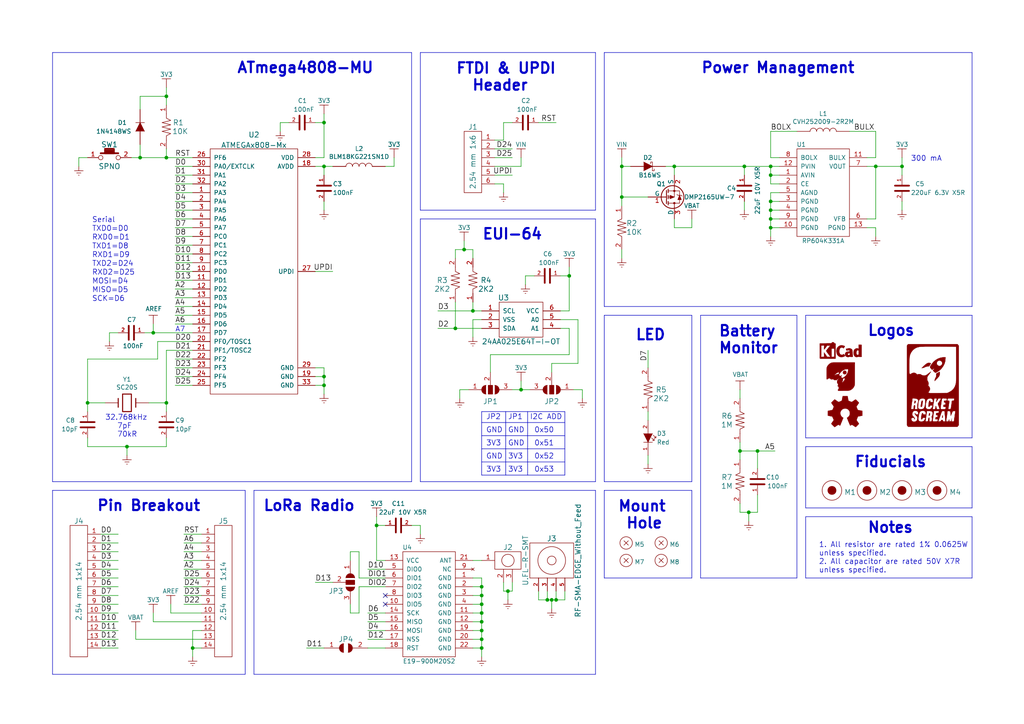
<source format=kicad_sch>
(kicad_sch (version 20230121) (generator eeschema)
  (paper "A4")
  (title_block (title "Mini Ultra LoRa") (date "2022-07-17") (rev "1v00") (company "Rocket Scream Electronics"))
  (junction (at 161.29 173.99))
  (junction (at 139.7 180.34))
  (junction (at 132.08 95.25))
  (junction (at 48.26 116.84))
  (junction (at 195.58 48.26))
  (junction (at 147.32 171.45))
  (junction (at 261.62 48.26))
  (junction (at 139.7 185.42))
  (junction (at 223.52 60.96))
  (junction (at 93.98 109.22))
  (junction (at 139.7 175.26))
  (junction (at 223.52 58.42))
  (junction (at 139.7 187.96))
  (junction (at 215.9 48.26))
  (junction (at 109.22 152.4))
  (junction (at 223.52 50.8))
  (junction (at 48.26 45.72))
  (junction (at 165.1 80.01))
  (junction (at 93.98 111.76))
  (junction (at 139.7 172.72))
  (junction (at 44.45 96.52))
  (junction (at 93.98 48.26))
  (junction (at 137.16 90.17))
  (junction (at 180.34 57.15))
  (junction (at 36.83 129.54))
  (junction (at 139.7 170.18))
  (junction (at 48.26 27.94))
  (junction (at 214.63 130.81))
  (junction (at 158.75 173.99))
  (junction (at 219.71 130.81))
  (junction (at 160.02 173.99))
  (junction (at 223.52 66.04))
  (junction (at 151.13 113.03))
  (junction (at 223.52 63.5))
  (junction (at 223.52 48.26))
  (junction (at 134.62 72.39))
  (junction (at 139.7 177.8))
  (junction (at 25.4 116.84))
  (junction (at 93.98 35.56))
  (junction (at 180.34 48.26))
  (junction (at 217.17 148.59))
  (junction (at 139.7 182.88))
  (junction (at 254 48.26))
  (junction (at 55.88 187.96))
  (junction (at 40.64 45.72))
  (no_connect (at 111.76 175.26))
  (no_connect (at 111.76 172.72))
  (polyline (pts (xy 203.2 91.44) (xy 231.14 91.44)))
  (wire (pts (xy 49.53 177.8) (xy 49.53 175.26)))
  (wire (pts (xy 146.05 53.34) (xy 146.05 55.88)))
  (wire (pts (xy 36.83 129.54) (xy 48.26 129.54)))
  (polyline (pts (xy 119.38 15.24) (xy 15.24 15.24)))
  (polyline (pts (xy 281.94 147.32) (xy 281.94 129.54)))
  (wire (pts (xy 58.42 187.96) (xy 55.88 187.96)))
  (wire (pts (xy 34.29 180.34) (xy 29.21 180.34)))
  (wire (pts (xy 251.46 63.5) (xy 254 63.5)))
  (wire (pts (xy 109.22 152.4) (xy 109.22 162.56)))
  (wire (pts (xy 50.8 86.36) (xy 55.88 86.36)))
  (polyline (pts (xy 200.66 139.7) (xy 200.66 91.44)))
  (wire (pts (xy 48.26 27.94) (xy 48.26 30.48)))
  (wire (pts (xy 139.7 182.88) (xy 139.7 185.42)))
  (wire (pts (xy 48.26 25.4) (xy 48.26 27.94)))
  (wire (pts (xy 29.21 162.56) (xy 34.29 162.56)))
  (wire (pts (xy 91.44 111.76) (xy 93.98 111.76)))
  (polyline (pts (xy 73.66 142.24) (xy 73.66 195.58)))
  (wire (pts (xy 55.88 48.26) (xy 50.8 48.26)))
  (wire (pts (xy 195.58 48.26) (xy 215.9 48.26)))
  (wire (pts (xy 88.9 187.96) (xy 93.98 187.96)))
  (wire (pts (xy 48.26 101.6) (xy 55.88 101.6)))
  (polyline (pts (xy 281.94 15.24) (xy 281.94 88.9)))
  (polyline (pts (xy 231.14 167.64) (xy 203.2 167.64)))
  (wire (pts (xy 111.76 170.18) (xy 104.14 170.18)))
  (wire (pts (xy 55.88 111.76) (xy 50.8 111.76)))
  (wire (pts (xy 137.16 182.88) (xy 139.7 182.88)))
  (wire (pts (xy 93.98 48.26) (xy 93.98 50.8)))
  (wire (pts (xy 111.76 152.4) (xy 109.22 152.4)))
  (wire (pts (xy 93.98 58.42) (xy 93.98 60.96)))
  (wire (pts (xy 127 90.17) (xy 137.16 90.17)))
  (wire (pts (xy 55.88 106.68) (xy 50.8 106.68)))
  (wire (pts (xy 160.02 107.95) (xy 160.02 105.41)))
  (wire (pts (xy 139.7 172.72) (xy 139.7 175.26)))
  (wire (pts (xy 139.7 170.18) (xy 139.7 172.72)))
  (wire (pts (xy 44.45 93.98) (xy 44.45 96.52)))
  (wire (pts (xy 106.68 165.1) (xy 111.76 165.1)))
  (wire (pts (xy 165.1 80.01) (xy 165.1 90.17)))
  (wire (pts (xy 133.35 113.03) (xy 133.35 115.57)))
  (wire (pts (xy 44.45 180.34) (xy 44.45 177.8)))
  (wire (pts (xy 45.72 99.06) (xy 45.72 104.14)))
  (wire (pts (xy 109.22 162.56) (xy 111.76 162.56)))
  (polyline (pts (xy 15.24 139.7) (xy 119.38 139.7)))
  (wire (pts (xy 104.14 177.8) (xy 101.6 177.8)))
  (wire (pts (xy 261.62 48.26) (xy 261.62 50.8)))
  (wire (pts (xy 93.98 109.22) (xy 93.98 111.76)))
  (wire (pts (xy 55.88 73.66) (xy 50.8 73.66)))
  (wire (pts (xy 55.88 91.44) (xy 50.8 91.44)))
  (wire (pts (xy 39.37 182.88) (xy 39.37 185.42)))
  (polyline (pts (xy 15.24 15.24) (xy 15.24 139.7)))
  (wire (pts (xy 217.17 148.59) (xy 219.71 148.59)))
  (polyline (pts (xy 281.94 88.9) (xy 175.26 88.9)))
  (wire (pts (xy 158.75 171.45) (xy 158.75 173.99)))
  (wire (pts (xy 226.06 50.8) (xy 223.52 50.8)))
  (wire (pts (xy 223.52 38.1) (xy 223.52 45.72)))
  (wire (pts (xy 254 66.04) (xy 254 68.58)))
  (wire (pts (xy 214.63 130.81) (xy 219.71 130.81)))
  (wire (pts (xy 48.26 101.6) (xy 48.26 116.84)))
  (wire (pts (xy 146.05 35.56) (xy 146.05 40.64)))
  (wire (pts (xy 137.16 170.18) (xy 139.7 170.18)))
  (wire (pts (xy 162.56 80.01) (xy 165.1 80.01)))
  (polyline (pts (xy 146.685 119.38) (xy 146.685 137.795)))
  (wire (pts (xy 114.3 48.26) (xy 111.76 48.26)))
  (wire (pts (xy 114.3 45.72) (xy 114.3 48.26)))
  (wire (pts (xy 137.16 177.8) (xy 139.7 177.8)))
  (wire (pts (xy 139.7 95.25) (xy 132.08 95.25)))
  (wire (pts (xy 44.45 96.52) (xy 55.88 96.52)))
  (polyline (pts (xy 172.72 15.24) (xy 172.72 60.96)))
  (wire (pts (xy 231.14 38.1) (xy 223.52 38.1)))
  (wire (pts (xy 139.7 177.8) (xy 139.7 180.34)))
  (wire (pts (xy 143.51 53.34) (xy 146.05 53.34)))
  (wire (pts (xy 58.42 160.02) (xy 53.34 160.02)))
  (wire (pts (xy 91.44 78.74) (xy 96.52 78.74)))
  (wire (pts (xy 214.63 146.05) (xy 214.63 148.59)))
  (wire (pts (xy 34.29 172.72) (xy 29.21 172.72)))
  (polyline (pts (xy 139.7 133.985) (xy 163.83 133.985)))
  (wire (pts (xy 223.52 66.04) (xy 223.52 68.58)))
  (wire (pts (xy 215.9 48.26) (xy 223.52 48.26)))
  (wire (pts (xy 106.68 182.88) (xy 111.76 182.88)))
  (wire (pts (xy 161.29 171.45) (xy 161.29 173.99)))
  (wire (pts (xy 254 38.1) (xy 254 45.72)))
  (wire (pts (xy 147.32 171.45) (xy 148.59 171.45)))
  (wire (pts (xy 214.63 128.27) (xy 214.63 130.81)))
  (wire (pts (xy 25.4 45.72) (xy 22.86 45.72)))
  (polyline (pts (xy 203.2 167.64) (xy 203.2 91.44)))
  (wire (pts (xy 104.14 167.64) (xy 104.14 160.02)))
  (wire (pts (xy 139.7 167.64) (xy 139.7 170.18)))
  (wire (pts (xy 154.94 80.01) (xy 152.4 80.01)))
  (polyline (pts (xy 175.26 142.24) (xy 200.66 142.24)))
  (wire (pts (xy 91.44 168.91) (xy 96.52 168.91)))
  (polyline (pts (xy 233.68 127) (xy 233.68 91.44)))
  (wire (pts (xy 34.29 157.48) (xy 29.21 157.48)))
  (wire (pts (xy 261.62 58.42) (xy 261.62 60.96)))
  (wire (pts (xy 45.72 99.06) (xy 55.88 99.06)))
  (wire (pts (xy 58.42 162.56) (xy 53.34 162.56)))
  (wire (pts (xy 55.88 53.34) (xy 50.8 53.34)))
  (wire (pts (xy 217.17 148.59) (xy 217.17 151.13)))
  (wire (pts (xy 48.26 129.54) (xy 48.26 127)))
  (polyline (pts (xy 163.83 137.795) (xy 163.83 119.38)))
  (wire (pts (xy 48.26 45.72) (xy 55.88 45.72)))
  (wire (pts (xy 25.4 104.14) (xy 25.4 116.84)))
  (polyline (pts (xy 281.94 91.44) (xy 281.94 127)))
  (wire (pts (xy 104.14 170.18) (xy 104.14 177.8)))
  (wire (pts (xy 226.06 66.04) (xy 223.52 66.04)))
  (polyline (pts (xy 175.26 167.64) (xy 175.26 142.24)))
  (polyline (pts (xy 200.66 167.64) (xy 175.26 167.64)))
  (wire (pts (xy 58.42 167.64) (xy 53.34 167.64)))
  (wire (pts (xy 34.29 167.64) (xy 29.21 167.64)))
  (polyline (pts (xy 73.66 195.58) (xy 172.72 195.58)))
  (wire (pts (xy 55.88 71.12) (xy 50.8 71.12)))
  (wire (pts (xy 156.21 173.99) (xy 158.75 173.99)))
  (polyline (pts (xy 163.83 119.38) (xy 139.7 119.38)))
  (wire (pts (xy 25.4 116.84) (xy 25.4 119.38)))
  (wire (pts (xy 146.05 40.64) (xy 143.51 40.64)))
  (wire (pts (xy 55.88 78.74) (xy 50.8 78.74)))
  (polyline (pts (xy 172.72 139.7) (xy 121.92 139.7)))
  (wire (pts (xy 55.88 76.2) (xy 50.8 76.2)))
  (polyline (pts (xy 121.92 60.96) (xy 121.92 15.24)))
  (polyline (pts (xy 15.24 195.58) (xy 15.24 142.24)))
  (wire (pts (xy 139.7 180.34) (xy 139.7 182.88)))
  (polyline (pts (xy 139.7 122.555) (xy 163.83 122.555)))
  (wire (pts (xy 215.9 48.26) (xy 215.9 50.8)))
  (wire (pts (xy 106.68 177.8) (xy 111.76 177.8)))
  (polyline (pts (xy 175.26 88.9) (xy 175.26 15.24)))
  (wire (pts (xy 219.71 130.81) (xy 224.79 130.81)))
  (wire (pts (xy 200.66 63.5) (xy 200.66 66.04)))
  (wire (pts (xy 106.68 185.42) (xy 111.76 185.42)))
  (wire (pts (xy 151.13 110.49) (xy 151.13 113.03)))
  (wire (pts (xy 226.06 55.88) (xy 223.52 55.88)))
  (wire (pts (xy 143.51 45.72) (xy 148.59 45.72)))
  (wire (pts (xy 81.28 38.1) (xy 81.28 35.56)))
  (wire (pts (xy 214.63 148.59) (xy 217.17 148.59)))
  (wire (pts (xy 34.29 182.88) (xy 29.21 182.88)))
  (wire (pts (xy 55.88 58.42) (xy 50.8 58.42)))
  (polyline (pts (xy 139.7 119.38) (xy 139.7 137.795)))
  (wire (pts (xy 214.63 113.03) (xy 214.63 115.57)))
  (wire (pts (xy 50.8 81.28) (xy 55.88 81.28)))
  (wire (pts (xy 91.44 48.26) (xy 93.98 48.26)))
  (wire (pts (xy 134.62 69.85) (xy 134.62 72.39)))
  (polyline (pts (xy 119.38 139.7) (xy 119.38 15.24)))
  (wire (pts (xy 137.16 92.71) (xy 137.16 97.79)))
  (wire (pts (xy 55.88 187.96) (xy 55.88 190.5)))
  (wire (pts (xy 38.1 45.72) (xy 40.64 45.72)))
  (wire (pts (xy 223.52 53.34) (xy 223.52 50.8)))
  (polyline (pts (xy 172.72 195.58) (xy 172.72 142.24)))
  (wire (pts (xy 135.89 113.03) (xy 133.35 113.03)))
  (wire (pts (xy 55.88 182.88) (xy 55.88 187.96)))
  (polyline (pts (xy 121.92 139.7) (xy 121.92 63.5)))
  (wire (pts (xy 223.52 63.5) (xy 223.52 60.96)))
  (wire (pts (xy 111.76 167.64) (xy 104.14 167.64)))
  (wire (pts (xy 214.63 130.81) (xy 214.63 133.35)))
  (wire (pts (xy 34.29 170.18) (xy 29.21 170.18)))
  (wire (pts (xy 254 48.26) (xy 254 63.5)))
  (wire (pts (xy 187.96 57.15) (xy 180.34 57.15)))
  (wire (pts (xy 55.88 109.22) (xy 50.8 109.22)))
  (polyline (pts (xy 71.12 142.24) (xy 71.12 195.58)))
  (wire (pts (xy 50.8 93.98) (xy 55.88 93.98)))
  (wire (pts (xy 106.68 180.34) (xy 111.76 180.34)))
  (wire (pts (xy 34.29 187.96) (xy 29.21 187.96)))
  (polyline (pts (xy 233.68 147.32) (xy 281.94 147.32)))
  (wire (pts (xy 180.34 45.72) (xy 180.34 48.26)))
  (wire (pts (xy 55.88 63.5) (xy 50.8 63.5)))
  (wire (pts (xy 58.42 177.8) (xy 49.53 177.8)))
  (wire (pts (xy 34.29 177.8) (xy 29.21 177.8)))
  (wire (pts (xy 121.92 152.4) (xy 121.92 154.94)))
  (wire (pts (xy 226.06 53.34) (xy 223.52 53.34)))
  (wire (pts (xy 165.1 90.17) (xy 162.56 90.17)))
  (wire (pts (xy 109.22 149.86) (xy 109.22 152.4)))
  (polyline (pts (xy 175.26 139.7) (xy 200.66 139.7)))
  (polyline (pts (xy 281.94 167.64) (xy 233.68 167.64)))
  (wire (pts (xy 156.21 171.45) (xy 156.21 173.99)))
  (wire (pts (xy 139.7 187.96) (xy 139.7 190.5)))
  (polyline (pts (xy 121.92 15.24) (xy 172.72 15.24)))
  (wire (pts (xy 132.08 72.39) (xy 132.08 74.93)))
  (wire (pts (xy 34.29 160.02) (xy 29.21 160.02)))
  (wire (pts (xy 58.42 154.94) (xy 53.34 154.94)))
  (wire (pts (xy 200.66 66.04) (xy 195.58 66.04)))
  (wire (pts (xy 55.88 68.58) (xy 50.8 68.58)))
  (wire (pts (xy 48.26 116.84) (xy 48.26 119.38)))
  (wire (pts (xy 165.1 95.25) (xy 165.1 102.87)))
  (polyline (pts (xy 233.68 167.64) (xy 233.68 149.86)))
  (wire (pts (xy 261.62 45.72) (xy 261.62 48.26)))
  (wire (pts (xy 148.59 35.56) (xy 146.05 35.56)))
  (wire (pts (xy 148.59 113.03) (xy 151.13 113.03)))
  (wire (pts (xy 137.16 187.96) (xy 139.7 187.96)))
  (wire (pts (xy 223.52 63.5) (xy 223.52 66.04)))
  (wire (pts (xy 55.88 50.8) (xy 50.8 50.8)))
  (wire (pts (xy 151.13 113.03) (xy 153.67 113.03)))
  (wire (pts (xy 223.52 55.88) (xy 223.52 58.42)))
  (wire (pts (xy 81.28 35.56) (xy 83.82 35.56)))
  (polyline (pts (xy 172.72 60.96) (xy 121.92 60.96)))
  (wire (pts (xy 165.1 80.01) (xy 165.1 77.47)))
  (wire (pts (xy 58.42 172.72) (xy 53.34 172.72)))
  (wire (pts (xy 187.96 132.08) (xy 187.96 134.62)))
  (wire (pts (xy 143.51 50.8) (xy 148.59 50.8)))
  (wire (pts (xy 146.05 168.91) (xy 146.05 171.45)))
  (polyline (pts (xy 139.7 130.175) (xy 163.83 130.175)))
  (wire (pts (xy 139.7 175.26) (xy 139.7 177.8)))
  (polyline (pts (xy 175.26 91.44) (xy 175.26 139.7)))
  (wire (pts (xy 137.16 172.72) (xy 139.7 172.72)))
  (wire (pts (xy 223.52 50.8) (xy 223.52 48.26)))
  (polyline (pts (xy 175.26 91.44) (xy 200.66 91.44)))
  (wire (pts (xy 139.7 90.17) (xy 137.16 90.17)))
  (polyline (pts (xy 172.72 63.5) (xy 172.72 139.7)))
  (wire (pts (xy 93.98 106.68) (xy 93.98 109.22)))
  (wire (pts (xy 134.62 72.39) (xy 137.16 72.39)))
  (wire (pts (xy 45.72 104.14) (xy 25.4 104.14)))
  (wire (pts (xy 40.64 45.72) (xy 40.64 41.91)))
  (wire (pts (xy 34.29 165.1) (xy 29.21 165.1)))
  (wire (pts (xy 34.29 185.42) (xy 29.21 185.42)))
  (wire (pts (xy 246.38 38.1) (xy 254 38.1)))
  (wire (pts (xy 101.6 160.02) (xy 101.6 162.56)))
  (wire (pts (xy 226.06 58.42) (xy 223.52 58.42)))
  (wire (pts (xy 193.04 48.26) (xy 195.58 48.26)))
  (wire (pts (xy 93.98 48.26) (xy 96.52 48.26)))
  (wire (pts (xy 48.26 27.94) (xy 40.64 27.94)))
  (wire (pts (xy 187.96 121.92) (xy 187.96 119.38)))
  (wire (pts (xy 29.21 154.94) (xy 34.29 154.94)))
  (wire (pts (xy 187.96 106.68) (xy 187.96 101.6)))
  (wire (pts (xy 58.42 182.88) (xy 55.88 182.88)))
  (polyline (pts (xy 15.24 142.24) (xy 71.12 142.24)))
  (wire (pts (xy 106.68 187.96) (xy 111.76 187.96)))
  (wire (pts (xy 139.7 92.71) (xy 137.16 92.71)))
  (wire (pts (xy 226.06 63.5) (xy 223.52 63.5)))
  (wire (pts (xy 162.56 92.71) (xy 167.64 92.71)))
  (wire (pts (xy 36.83 129.54) (xy 36.83 132.08)))
  (wire (pts (xy 55.88 88.9) (xy 50.8 88.9)))
  (wire (pts (xy 119.38 152.4) (xy 121.92 152.4)))
  (wire (pts (xy 41.91 96.52) (xy 44.45 96.52)))
  (wire (pts (xy 160.02 173.99) (xy 160.02 176.53)))
  (polyline (pts (xy 231.14 91.44) (xy 231.14 167.64)))
  (wire (pts (xy 58.42 175.26) (xy 53.34 175.26)))
  (wire (pts (xy 58.42 157.48) (xy 53.34 157.48)))
  (wire (pts (xy 93.98 45.72) (xy 91.44 45.72)))
  (polyline (pts (xy 281.94 129.54) (xy 233.68 129.54)))
  (wire (pts (xy 34.29 96.52) (xy 31.75 96.52)))
  (wire (pts (xy 142.24 102.87) (xy 142.24 107.95)))
  (wire (pts (xy 34.29 175.26) (xy 29.21 175.26)))
  (wire (pts (xy 160.02 173.99) (xy 161.29 173.99)))
  (polyline (pts (xy 153.035 119.38) (xy 153.035 137.795)))
  (wire (pts (xy 254 48.26) (xy 261.62 48.26)))
  (wire (pts (xy 152.4 80.01) (xy 152.4 82.55)))
  (wire (pts (xy 39.37 185.42) (xy 58.42 185.42)))
  (wire (pts (xy 146.05 171.45) (xy 147.32 171.45)))
  (wire (pts (xy 58.42 170.18) (xy 53.34 170.18)))
  (wire (pts (xy 161.29 173.99) (xy 163.83 173.99)))
  (wire (pts (xy 93.98 45.72) (xy 93.98 35.56)))
  (polyline (pts (xy 281.94 149.86) (xy 281.94 167.64)))
  (polyline (pts (xy 233.68 129.54) (xy 233.68 147.32)))
  (wire (pts (xy 25.4 127) (xy 25.4 129.54)))
  (wire (pts (xy 55.88 60.96) (xy 50.8 60.96)))
  (wire (pts (xy 104.14 160.02) (xy 101.6 160.02)))
  (wire (pts (xy 195.58 48.26) (xy 195.58 50.8)))
  (wire (pts (xy 180.34 48.26) (xy 180.34 57.15)))
  (wire (pts (xy 147.32 171.45) (xy 147.32 173.99)))
  (wire (pts (xy 137.16 185.42) (xy 139.7 185.42)))
  (wire (pts (xy 151.13 48.26) (xy 151.13 45.72)))
  (wire (pts (xy 58.42 180.34) (xy 44.45 180.34)))
  (wire (pts (xy 148.59 171.45) (xy 148.59 168.91)))
  (wire (pts (xy 91.44 109.22) (xy 93.98 109.22)))
  (wire (pts (xy 31.75 96.52) (xy 31.75 99.06)))
  (wire (pts (xy 137.16 167.64) (xy 139.7 167.64)))
  (wire (pts (xy 219.71 148.59) (xy 219.71 143.51)))
  (wire (pts (xy 43.18 116.84) (xy 48.26 116.84)))
  (wire (pts (xy 143.51 43.18) (xy 148.59 43.18)))
  (polyline (pts (xy 139.7 137.795) (xy 163.83 137.795)))
  (wire (pts (xy 165.1 102.87) (xy 142.24 102.87)))
  (polyline (pts (xy 200.66 142.24) (xy 200.66 167.64)))
  (wire (pts (xy 251.46 48.26) (xy 254 48.26)))
  (wire (pts (xy 137.16 162.56) (xy 139.7 162.56)))
  (wire (pts (xy 215.9 58.42) (xy 215.9 60.96)))
  (wire (pts (xy 156.21 35.56) (xy 161.29 35.56)))
  (wire (pts (xy 167.64 105.41) (xy 167.64 92.71)))
  (polyline (pts (xy 233.68 91.44) (xy 281.94 91.44)))
  (wire (pts (xy 143.51 48.26) (xy 151.13 48.26)))
  (wire (pts (xy 137.16 180.34) (xy 139.7 180.34)))
  (wire (pts (xy 158.75 173.99) (xy 160.02 173.99)))
  (wire (pts (xy 162.56 95.25) (xy 165.1 95.25)))
  (wire (pts (xy 160.02 105.41) (xy 167.64 105.41)))
  (wire (pts (xy 195.58 63.5) (xy 195.58 66.04)))
  (wire (pts (xy 48.26 43.18) (xy 48.26 45.72)))
  (wire (pts (xy 223.52 60.96) (xy 226.06 60.96)))
  (wire (pts (xy 180.34 72.39) (xy 180.34 74.93)))
  (wire (pts (xy 40.64 27.94) (xy 40.64 31.75)))
  (wire (pts (xy 93.98 111.76) (xy 93.98 114.3)))
  (wire (pts (xy 101.6 175.26) (xy 101.6 177.8)))
  (polyline (pts (xy 71.12 195.58) (xy 15.24 195.58)))
  (wire (pts (xy 22.86 45.72) (xy 22.86 48.26)))
  (wire (pts (xy 251.46 45.72) (xy 254 45.72)))
  (wire (pts (xy 127 95.25) (xy 132.08 95.25)))
  (wire (pts (xy 91.44 106.68) (xy 93.98 106.68)))
  (wire (pts (xy 168.91 113.03) (xy 168.91 115.57)))
  (wire (pts (xy 55.88 66.04) (xy 50.8 66.04)))
  (wire (pts (xy 251.46 66.04) (xy 254 66.04)))
  (wire (pts (xy 58.42 165.1) (xy 53.34 165.1)))
  (wire (pts (xy 134.62 72.39) (xy 132.08 72.39)))
  (polyline (pts (xy 172.72 142.24) (xy 73.66 142.24)))
  (wire (pts (xy 93.98 33.02) (xy 93.98 35.56)))
  (wire (pts (xy 137.16 90.17) (xy 137.16 87.63)))
  (polyline (pts (xy 233.68 149.86) (xy 281.94 149.86)))
  (wire (pts (xy 223.52 58.42) (xy 223.52 60.96)))
  (wire (pts (xy 166.37 113.03) (xy 168.91 113.03)))
  (polyline (pts (xy 281.94 127) (xy 233.68 127)))
  (wire (pts (xy 25.4 129.54) (xy 36.83 129.54)))
  (wire (pts (xy 163.83 171.45) (xy 163.83 173.99)))
  (wire (pts (xy 137.16 175.26) (xy 139.7 175.26)))
  (wire (pts (xy 182.88 48.26) (xy 180.34 48.26)))
  (wire (pts (xy 40.64 45.72) (xy 48.26 45.72)))
  (polyline (pts (xy 121.92 63.5) (xy 172.72 63.5)))
  (wire (pts (xy 137.16 74.93) (xy 137.16 72.39)))
  (polyline (pts (xy 139.7 126.365) (xy 163.83 126.365)))
  (wire (pts (xy 226.06 45.72) (xy 223.52 45.72)))
  (wire (pts (xy 223.52 48.26) (xy 226.06 48.26)))
  (wire (pts (xy 219.71 130.81) (xy 219.71 135.89)))
  (wire (pts (xy 132.08 95.25) (xy 132.08 87.63)))
  (polyline (pts (xy 175.26 15.24) (xy 281.94 15.24)))
  (wire (pts (xy 50.8 83.82) (xy 55.88 83.82)))
  (wire (pts (xy 55.88 55.88) (xy 50.8 55.88)))
  (wire (pts (xy 30.48 116.84) (xy 25.4 116.84)))
  (wire (pts (xy 55.88 104.14) (xy 50.8 104.14)))
  (wire (pts (xy 91.44 35.56) (xy 93.98 35.56)))
  (wire (pts (xy 180.34 57.15) (xy 180.34 59.69)))
  (wire (pts (xy 139.7 185.42) (xy 139.7 187.96)))
  (text "Notes" (at 251.46 154.94 0) (effects (font (size 3.048 3.048) (thickness 0.6096) bold) (justify left bottom)))
  (text "Logos" (at 251.46 97.79 0) (effects (font (size 3.048 3.048) (thickness 0.6096) bold) (justify left bottom)))
  (text "3V3" (at 147.32 137.16 0) (effects (font (size 1.524 1.524)) (justify left bottom)))
  (text "FTDI & UPDI\n  Header" (at 132.08 26.67 0) (effects (font (size 3.048 3.048) (thickness 0.6096) bold) (justify left bottom)))
  (text "3V3" (at 140.97 129.54 0) (effects (font (size 1.524 1.524)) (justify left bottom)))
  (text "GND" (at 147.32 129.54 0) (effects (font (size 1.524 1.524)) (justify left bottom)))
  (text "A7" (at 50.8 96.52 0) (effects (font (size 1.524 1.524)) (justify left bottom)))
  (text "3V3" (at 147.32 133.35 0) (effects (font (size 1.524 1.524)) (justify left bottom)))
  (text "0x52" (at 154.94 133.35 0) (effects (font (size 1.524 1.524)) (justify left bottom)))
  (text "GND" (at 140.97 125.73 0) (effects (font (size 1.524 1.524)) (justify left bottom)))
  (text "Serial" (at 26.67 64.77 0) (effects (font (size 1.524 1.524)) (justify left bottom)))
  (text "TXD0=D0" (at 26.67 67.31 0) (effects (font (size 1.524 1.524)) (justify left bottom)))
  (text "MOSI=D4" (at 26.67 82.55 0) (effects (font (size 1.524 1.524)) (justify left bottom)))
  (text "300 mA" (at 264.16 46.99 0) (effects (font (size 1.524 1.524)) (justify left bottom)))
  (text "TXD2=D24" (at 26.67 77.47 0) (effects (font (size 1.524 1.524)) (justify left bottom)))
  (text "GND" (at 140.97 133.35 0) (effects (font (size 1.524 1.524)) (justify left bottom)))
  (text "RXD0=D1" (at 26.67 69.85 0) (effects (font (size 1.524 1.524)) (justify left bottom)))
  (text "EUI-64" (at 139.7 69.85 0) (effects (font (size 3.048 3.048) (thickness 0.6096) bold) (justify left bottom)))
  (text "1. All resistor are rated 1% 0.0625W \nunless specified.\n2. All capacitor are rated 50V X7R \nunless specified." (at 237.49 166.37 0) (effects (font (size 1.524 1.524)) (justify left bottom)))
  (text "ATmega4808-MU" (at 68.58 21.59 0) (effects (font (size 3.048 3.048) (thickness 0.6096) bold) (justify left bottom)))
  (text "MISO=D5" (at 26.67 85.09 0) (effects (font (size 1.524 1.524)) (justify left bottom)))
  (text "Power Management" (at 203.2 21.59 0) (effects (font (size 3.048 3.048) (thickness 0.6096) bold) (justify left bottom)))
  (text "JP2" (at 140.97 121.92 0) (effects (font (size 1.524 1.524)) (justify left bottom)))
  (text "LED" (at 184.15 99.06 0) (effects (font (size 3.048 3.048) (thickness 0.6096) bold) (justify left bottom)))
  (text "Mount\n Hole" (at 179.07 153.67 0) (effects (font (size 3.048 3.048) (thickness 0.6096) bold) (justify left bottom)))
  (text "SCK=D6" (at 26.67 87.63 0) (effects (font (size 1.524 1.524)) (justify left bottom)))
  (text "3V3" (at 140.97 137.16 0) (effects (font (size 1.524 1.524)) (justify left bottom)))
  (text "Battery\nMonitor" (at 208.28 102.87 0) (effects (font (size 3.048 3.048) (thickness 0.6096) bold) (justify left bottom)))
  (text "Pin Breakout" (at 27.94 148.59 0) (effects (font (size 3.048 3.048) (thickness 0.6096) bold) (justify left bottom)))
  (text "RXD1=D9" (at 26.67 74.93 0) (effects (font (size 1.524 1.524)) (justify left bottom)))
  (text "GND" (at 147.32 125.73 0) (effects (font (size 1.524 1.524)) (justify left bottom)))
  (text "32.768kHz\n   7pF\n   70kR" (at 30.48 127 0) (effects (font (size 1.524 1.524)) (justify left bottom)))
  (text "Fiducials" (at 247.65 135.89 0) (effects (font (size 3.048 3.048) (thickness 0.6096) bold) (justify left bottom)))
  (text "I2C ADD" (at 153.67 121.92 0) (effects (font (size 1.524 1.524)) (justify left bottom)))
  (text "RXD2=D25" (at 26.67 80.01 0) (effects (font (size 1.524 1.524)) (justify left bottom)))
  (text "LoRa Radio" (at 76.2 148.59 0) (effects (font (size 3.048 3.048) (thickness 0.6096) bold) (justify left bottom)))
  (text "0x53" (at 154.94 137.16 0) (effects (font (size 1.524 1.524)) (justify left bottom)))
  (text "0x51" (at 154.94 129.54 0) (effects (font (size 1.524 1.524)) (justify left bottom)))
  (text "0x50" (at 154.94 125.73 0) (effects (font (size 1.524 1.524)) (justify left bottom)))
  (text "JP1" (at 147.32 121.92 0) (effects (font (size 1.524 1.524)) (justify left bottom)))
  (text "TXD1=D8" (at 26.67 72.39 0) (effects (font (size 1.524 1.524)) (justify left bottom)))
  (label "RST" (at 50.8 45.72 0) (effects (font (size 1.524 1.524))))
  (label "D9" (at 50.8 71.12 0) (effects (font (size 1.524 1.524))))
  (label "D24" (at 53.34 170.18 0) (effects (font (size 1.524 1.524))))
  (label "D13" (at 50.8 81.28 0) (effects (font (size 1.524 1.524))))
  (label "D13" (at 29.21 187.96 0) (effects (font (size 1.524 1.524))))
  (label "D0" (at 50.8 48.26 0) (effects (font (size 1.524 1.524))))
  (label "D24" (at 148.59 43.18 180) (effects (font (size 1.524 1.524))))
  (label "D2" (at 50.8 53.34 0) (effects (font (size 1.524 1.524))))
  (label "D25" (at 50.8 111.76 0) (effects (font (size 1.524 1.524))))
  (label "D7" (at 187.96 101.6 270) (effects (font (size 1.524 1.524))))
  (label "A5" (at 50.8 91.44 0) (effects (font (size 1.524 1.524))))
  (label "RST" (at 53.34 154.94 0) (effects (font (size 1.524 1.524))))
  (label "D25" (at 148.59 45.72 180) (effects (font (size 1.524 1.524))))
  (label "BOLX" (at 223.52 38.1 0) (effects (font (size 1.524 1.524))))
  (label "D20" (at 50.8 99.06 0) (effects (font (size 1.524 1.524))))
  (label "D11" (at 88.9 187.96 0) (effects (font (size 1.524 1.524))))
  (label "D5" (at 106.68 180.34 0) (effects (font (size 1.524 1.524))))
  (label "D6" (at 29.21 170.18 0) (effects (font (size 1.524 1.524))))
  (label "D21" (at 50.8 101.6 0) (effects (font (size 1.524 1.524))))
  (label "A4" (at 53.34 160.02 0) (effects (font (size 1.524 1.524))))
  (label "D12" (at 50.8 78.74 0) (effects (font (size 1.524 1.524))))
  (label "A2" (at 50.8 83.82 0) (effects (font (size 1.524 1.524))))
  (label "D10" (at 106.68 165.1 0) (effects (font (size 1.524 1.524))))
  (label "A2" (at 53.34 165.1 0) (effects (font (size 1.524 1.524))))
  (label "D22" (at 50.8 104.14 0) (effects (font (size 1.524 1.524))))
  (label "D13" (at 91.44 168.91 0) (effects (font (size 1.524 1.524))))
  (label "D4" (at 29.21 165.1 0) (effects (font (size 1.524 1.524))))
  (label "D11" (at 29.21 182.88 0) (effects (font (size 1.524 1.524))))
  (label "D4" (at 106.68 182.88 0) (effects (font (size 1.524 1.524))))
  (label "DIO1" (at 106.68 167.64 0) (effects (font (size 1.524 1.524))))
  (label "A6" (at 50.8 93.98 0) (effects (font (size 1.524 1.524))))
  (label "DIO2" (at 106.68 170.18 0) (effects (font (size 1.524 1.524))))
  (label "D1" (at 29.21 157.48 0) (effects (font (size 1.524 1.524))))
  (label "A5" (at 224.79 130.81 180) (effects (font (size 1.524 1.524))))
  (label "UPDI" (at 96.52 78.74 180) (effects (font (size 1.524 1.524))))
  (label "D6" (at 50.8 63.5 0) (effects (font (size 1.524 1.524))))
  (label "D11" (at 50.8 76.2 0) (effects (font (size 1.524 1.524))))
  (label "D5" (at 50.8 60.96 0) (effects (font (size 1.524 1.524))))
  (label "D2" (at 29.21 160.02 0) (effects (font (size 1.524 1.524))))
  (label "D6" (at 106.68 177.8 0) (effects (font (size 1.524 1.524))))
  (label "D23" (at 50.8 106.68 0) (effects (font (size 1.524 1.524))))
  (label "A3" (at 50.8 86.36 0) (effects (font (size 1.524 1.524))))
  (label "D0" (at 29.21 154.94 0) (effects (font (size 1.524 1.524))))
  (label "D2" (at 127 95.25 0) (effects (font (size 1.524 1.524))))
  (label "UPDI" (at 148.59 50.8 180) (effects (font (size 1.524 1.524))))
  (label "A3" (at 53.34 162.56 0) (effects (font (size 1.524 1.524))))
  (label "D5" (at 29.21 167.64 0) (effects (font (size 1.524 1.524))))
  (label "D7" (at 29.21 172.72 0) (effects (font (size 1.524 1.524))))
  (label "D25" (at 53.34 167.64 0) (effects (font (size 1.524 1.524))))
  (label "RST" (at 161.29 35.56 180) (effects (font (size 1.524 1.524))))
  (label "D3" (at 29.21 162.56 0) (effects (font (size 1.524 1.524))))
  (label "D10" (at 50.8 73.66 0) (effects (font (size 1.524 1.524))))
  (label "D10" (at 29.21 180.34 0) (effects (font (size 1.524 1.524))))
  (label "D4" (at 50.8 58.42 0) (effects (font (size 1.524 1.524))))
  (label "D9" (at 29.21 177.8 0) (effects (font (size 1.524 1.524))))
  (label "D12" (at 29.21 185.42 0) (effects (font (size 1.524 1.524))))
  (label "D12" (at 106.68 185.42 0) (effects (font (size 1.524 1.524))))
  (label "D23" (at 53.34 172.72 0) (effects (font (size 1.524 1.524))))
  (label "D24" (at 50.8 109.22 0) (effects (font (size 1.524 1.524))))
  (label "D22" (at 53.34 175.26 0) (effects (font (size 1.524 1.524))))
  (label "A4" (at 50.8 88.9 0) (effects (font (size 1.524 1.524))))
  (label "A6" (at 53.34 157.48 0) (effects (font (size 1.524 1.524))))
  (label "D8" (at 29.21 175.26 0) (effects (font (size 1.524 1.524))))
  (label "D3" (at 50.8 55.88 0) (effects (font (size 1.524 1.524))))
  (label "D1" (at 50.8 50.8 0) (effects (font (size 1.524 1.524))))
  (label "D8" (at 50.8 68.58 0) (effects (font (size 1.524 1.524))))
  (label "BULX" (at 247.65 38.1 0) (effects (font (size 1.524 1.524))))
  (label "D3" (at 127 90.17 0) (effects (font (size 1.524 1.524))))
  (label "D7" (at 50.8 66.04 0) (effects (font (size 1.524 1.524))))
  (symbol (lib_id "RocketScreamKiCadLib:INDUCTOR") (at 104.14 48.26 0) (unit 1)
    (property "Reference" "L2" (at 104.14 43.1292 0))
    (property "Value" "BLM18KG221SN1D" (at 104.14 45.4406 0))
    (property "Footprint" "RocketScreamKiCadLib:I_0603" (effects hide))
  )
  (symbol (lib_id "RocketScreamKiCadLib:CAPACITOR-CERAMIC") (at 261.62 54.61 0) (unit 1)
    (property "Reference" "C5" (at 265.43 53.34 0) (effects (justify left)))
    (property "Value" "220uF 6.3V X5R" (at 264.16 55.88 0) (effects (justify left)))
    (property "Footprint" "RocketScreamKiCadLib:C_1206" (effects hide))
  )
  (symbol (lib_id "RocketScreamKiCadLib:CAPACITOR-CERAMIC") (at 215.9 54.61 0) (unit 1)
    (property "Reference" "C4" (at 210.82 54.61 0) (effects (justify left)))
    (property "Value" "22uF 10V X5R" (at 219.71 62.23 90) (effects (justify left)))
    (property "Footprint" "RocketScreamKiCadLib:C_0603" (effects hide))
  )
  (symbol (lib_id "RocketScreamKiCadLib:GND") (at 223.52 68.58 0) (unit 1)
    (property "Reference" "#PWR014" (effects hide))
    (property "Value" "GND" (effects hide))
  )
  (symbol (lib_id "RocketScreamKiCadLib:GND") (at 261.62 60.96 0) (unit 1)
    (property "Reference" "#PWR012" (effects hide))
    (property "Value" "GND" (effects hide))
  )
  (symbol (lib_id "RocketScreamKiCadLib:GND") (at 215.9 60.96 0) (unit 1)
    (property "Reference" "#PWR011" (effects hide))
    (property "Value" "GND" (effects hide))
  )
  (symbol (lib_id "RocketScreamKiCadLib:CAPACITOR-CERAMIC") (at 87.63 35.56 270) (unit 1)
    (property "Reference" "C1" (at 86.36 29.21 90) (effects (justify left)))
    (property "Value" "100nF" (at 85.09 31.75 90) (effects (justify left)))
    (property "Footprint" "RocketScreamKiCadLib:C_0603" (effects hide))
  )
  (symbol (lib_id "RocketScreamKiCadLib:GND") (at 81.28 38.1 0) (unit 1)
    (property "Reference" "#PWR03" (effects hide))
    (property "Value" "GND" (effects hide))
  )
  (symbol (lib_id "RocketScreamKiCadLib:CAPACITOR-CERAMIC") (at 93.98 54.61 0) (unit 1)
    (property "Reference" "C3" (at 96.52 53.34 0) (effects (justify left)))
    (property "Value" "100nF" (at 96.52 55.88 0) (effects (justify left)))
    (property "Footprint" "RocketScreamKiCadLib:C_0603" (effects hide))
  )
  (symbol (lib_id "RocketScreamKiCadLib:DIODE") (at 40.64 36.83 90) (mirror x) (unit 1)
    (property "Reference" "D1" (at 36.83 35.56 90) (effects (justify left)))
    (property "Value" "1N4148WS" (at 38.1 38.1 90) (effects (justify left)))
    (property "Footprint" "RocketScreamKiCadLib:SOD-323" (effects hide))
  )
  (symbol (lib_id "RocketScreamKiCadLib:RESISTOR") (at 48.26 36.83 90) (mirror x) (unit 1)
    (property "Reference" "R1" (at 53.34 35.56 90) (effects (font (size 1.524 1.524)) (justify left)))
    (property "Value" "10K" (at 54.61 38.1 90) (effects (font (size 1.524 1.524)) (justify left)))
    (property "Footprint" "RocketScreamKiCadLib:R_0603" (effects hide))
  )
  (symbol (lib_id "RocketScreamKiCadLib:TACT-SWITCH_2Pins") (at 31.75 45.72 0) (unit 1)
    (property "Reference" "SW1" (at 31.75 41.91 0) (effects (font (size 1.524 1.524))))
    (property "Value" "SPNO" (at 31.75 48.26 0) (effects (font (size 1.524 1.524))))
    (property "Footprint" "RocketScreamKiCadLib:TS-1086E-12" (effects hide))
  )
  (symbol (lib_id "RocketScreamKiCadLib:GND") (at 22.86 48.26 0) (mirror y) (unit 1)
    (property "Reference" "#PWR08" (effects hide))
    (property "Value" "GND" (effects hide))
  )
  (symbol (lib_id "RocketScreamKiCadLib:GND") (at 93.98 60.96 0) (unit 1)
    (property "Reference" "#PWR010" (effects hide))
    (property "Value" "GND" (effects hide))
  )
  (symbol (lib_id "RocketScreamKiCadLib:CAPACITOR-CERAMIC") (at 38.1 96.52 270) (unit 1)
    (property "Reference" "C7" (at 36.83 92.71 90) (effects (justify left)))
    (property "Value" "100nF" (at 35.56 100.33 90) (effects (justify left)))
    (property "Footprint" "RocketScreamKiCadLib:C_0603" (effects hide))
  )
  (symbol (lib_id "RocketScreamKiCadLib:GND") (at 31.75 99.06 0) (unit 1)
    (property "Reference" "#PWR022" (effects hide))
    (property "Value" "GND" (effects hide))
  )
  (symbol (lib_id "RocketScreamKiCadLib:AREF") (at 44.45 93.98 0) (unit 1)
    (property "Reference" "#PWR020" (effects hide))
    (property "Value" "AREF" (at 44.577 89.5858 0))
  )
  (symbol (lib_id "RocketScreamKiCadLib:LED-SINGLE") (at 187.96 127 90) (unit 1)
    (property "Reference" "D3" (at 190.5 125.73 90) (effects (justify right)))
    (property "Value" "Red" (at 190.5 128.27 90) (effects (justify right)))
    (property "Footprint" "RocketScreamKiCadLib:LED_0603" (effects hide))
  )
  (symbol (lib_id "RocketScreamKiCadLib:RESISTOR") (at 187.96 113.03 90) (unit 1)
    (property "Reference" "R5" (at 191.77 113.03 90) (effects (font (size 1.524 1.524))))
    (property "Value" "2K2" (at 191.77 115.57 90) (effects (font (size 1.524 1.524))))
    (property "Footprint" "RocketScreamKiCadLib:R_0603" (effects hide))
  )
  (symbol (lib_id "RocketScreamKiCadLib:GND") (at 187.96 134.62 0) (unit 1)
    (property "Reference" "#PWR029" (effects hide))
    (property "Value" "GND" (effects hide))
  )
  (symbol (lib_id "RocketScreamKiCadLib:CONN-HDR-1x14") (at 22.86 171.45 0) (unit 1)
    (property "Reference" "J4" (at 22.86 151.13 0) (effects (font (size 1.524 1.524))))
    (property "Value" "2.54 mm 1x14" (at 22.86 171.45 90) (effects (font (size 1.524 1.524))))
    (property "Footprint" "RocketScreamKiCadLib:HDR_1x14_Pitch2.54mm" (effects hide))
  )
  (symbol (lib_id "RocketScreamKiCadLib:CONN-HDR-1x14") (at 64.77 171.45 0) (mirror y) (unit 1)
    (property "Reference" "J5" (at 64.77 151.13 0) (effects (font (size 1.524 1.524))))
    (property "Value" "2.54 mm 1x14" (at 64.77 171.45 90) (effects (font (size 1.524 1.524))))
    (property "Footprint" "RocketScreamKiCadLib:HDR_1x14_Pitch2.54mm" (effects hide))
  )
  (symbol (lib_id "RocketScreamKiCadLib:CONN-HDR-1x6") (at 137.16 46.99 0) (unit 1)
    (property "Reference" "J1" (at 137.16 36.83 0) (effects (font (size 1.524 1.524))))
    (property "Value" "2.54 mm 1x6" (at 137.16 46.99 90) (effects (font (size 1.524 1.524))))
    (property "Footprint" "RocketScreamKiCadLib:HDR_1x6_Pitch2.54mm" (effects hide))
  )
  (symbol (lib_id "RocketScreamKiCadLib:CAPACITOR-CERAMIC") (at 152.4 35.56 270) (unit 1)
    (property "Reference" "C2" (at 151.13 29.21 90) (effects (justify left)))
    (property "Value" "100nF" (at 149.86 31.75 90) (effects (justify left)))
    (property "Footprint" "RocketScreamKiCadLib:C_0603" (effects hide))
  )
  (symbol (lib_id "RocketScreamKiCadLib:GND") (at 146.05 55.88 0) (unit 1)
    (property "Reference" "#PWR09" (effects hide))
    (property "Value" "GND" (effects hide))
  )
  (symbol (lib_id "RocketScreamKiCadLib:GND") (at 55.88 190.5 0) (unit 1)
    (property "Reference" "#PWR038" (effects hide))
    (property "Value" "GND" (effects hide))
  )
  (symbol (lib_id "RocketScreamKiCadLib:VIN") (at 151.13 45.72 0) (unit 1)
    (property "Reference" "#PWR05" (effects hide))
    (property "Value" "VIN" (at 151.13 41.91 0))
  )
  (symbol (lib_id "RocketScreamKiCadLib:AREF") (at 49.53 175.26 0) (unit 1)
    (property "Reference" "#PWR034" (effects hide))
    (property "Value" "AREF" (at 49.53 171.45 0))
  )
  (symbol (lib_id "RocketScreamKiCadLib:LOGO-KICAD") (at 243.84 101.6 0) (unit 1)
    (property "Reference" "LOGO1" (effects hide))
    (property "Value" "LOGO-KICAD" (effects hide))
    (property "Footprint" "RocketScreamKiCadLib:LOGO-KICAD_XXXSmall" (effects hide))
  )
  (symbol (lib_id "RocketScreamKiCadLib:GND") (at 254 68.58 0) (unit 1)
    (property "Reference" "#PWR015" (effects hide))
    (property "Value" "GND" (effects hide))
  )
  (symbol (lib_id "RocketScreamKiCadLib:INDUCTOR") (at 238.76 38.1 0) (unit 1)
    (property "Reference" "L1" (at 238.76 32.9692 0))
    (property "Value" "CVH252009-2R2M" (at 238.76 35.2806 0))
    (property "Footprint" "RocketScreamKiCadLib:I_2520" (effects hide))
  )
  (symbol (lib_id "RocketScreamKiCadLib:MOSFET-P") (at 195.58 57.15 0) (mirror x) (unit 1)
    (property "Reference" "Q1" (at 191.77 53.34 0))
    (property "Value" "DMP2165UW-7" (at 205.74 57.15 0))
    (property "Footprint" "RocketScreamKiCadLib:SOT-323" (effects hide))
  )
  (symbol (lib_id "RocketScreamKiCadLib:DIODE_Schottky") (at 187.96 48.26 180) (unit 1)
    (property "Reference" "D2" (at 189.23 45.72 0) (effects (justify left)))
    (property "Value" "B16WS" (at 191.77 50.8 0) (effects (justify left)))
    (property "Footprint" "RocketScreamKiCadLib:SOD-323" (effects hide))
  )
  (symbol (lib_id "RocketScreamKiCadLib:RESISTOR") (at 180.34 66.04 270) (unit 1)
    (property "Reference" "R2" (at 181.61 64.77 90) (effects (font (size 1.524 1.524)) (justify left)))
    (property "Value" "10K" (at 181.61 67.31 90) (effects (font (size 1.524 1.524)) (justify left)))
    (property "Footprint" "RocketScreamKiCadLib:R_0603" (effects hide))
  )
  (symbol (lib_id "RocketScreamKiCadLib:GND") (at 180.34 74.93 0) (unit 1)
    (property "Reference" "#PWR017" (effects hide))
    (property "Value" "GND" (effects hide))
  )
  (symbol (lib_id "RocketScreamKiCadLib:VIN") (at 180.34 45.72 0) (unit 1)
    (property "Reference" "#PWR06" (effects hide))
    (property "Value" "VIN" (at 180.34 41.91 0))
  )
  (symbol (lib_id "RocketScreamKiCadLib:VBAT") (at 200.66 63.5 0) (unit 1)
    (property "Reference" "#PWR013" (effects hide))
    (property "Value" "VBAT" (at 200.66 59.69 0))
  )
  (symbol (lib_id "RocketScreamKiCadLib:VBAT") (at 39.37 182.88 0) (unit 1)
    (property "Reference" "#PWR037" (effects hide))
    (property "Value" "VBAT" (at 39.37 179.07 0))
  )
  (symbol (lib_id "RocketScreamKiCadLib:LOGO-ROCKET-SCREAM-VERTICAL") (at 270.51 111.76 0) (unit 1)
    (property "Reference" "LOGO3" (effects hide))
    (property "Value" "LOGO-ROCKET-SCREAM-VERTICAL" (effects hide))
    (property "Footprint" "RocketScreamKiCadLib:LOGO-ROCKET-SCREAM_Vertical_XSmall" (effects hide))
  )
  (symbol (lib_id "RocketScreamKiCadLib:RESISTOR") (at 214.63 121.92 90) (unit 1)
    (property "Reference" "R6" (at 210.82 120.65 90) (effects (font (size 1.524 1.524))))
    (property "Value" "1M" (at 210.82 123.19 90) (effects (font (size 1.524 1.524))))
    (property "Footprint" "RocketScreamKiCadLib:R_0603" (effects hide))
  )
  (symbol (lib_id "RocketScreamKiCadLib:RESISTOR") (at 214.63 139.7 270) (unit 1)
    (property "Reference" "R7" (at 210.82 138.43 90) (effects (font (size 1.524 1.524))))
    (property "Value" "1M" (at 210.82 140.97 90) (effects (font (size 1.524 1.524))))
    (property "Footprint" "RocketScreamKiCadLib:R_0603" (effects hide))
  )
  (symbol (lib_id "RocketScreamKiCadLib:CAPACITOR-CERAMIC") (at 219.71 139.7 180) (unit 1)
    (property "Reference" "C10" (at 226.06 138.43 0) (effects (justify left)))
    (property "Value" "100nF" (at 228.6 140.97 0) (effects (justify left)))
    (property "Footprint" "RocketScreamKiCadLib:C_0603" (effects hide))
  )
  (symbol (lib_id "RocketScreamKiCadLib:VBAT") (at 214.63 113.03 0) (unit 1)
    (property "Reference" "#PWR024" (effects hide))
    (property "Value" "VBAT" (at 214.757 108.6358 0))
  )
  (symbol (lib_id "RocketScreamKiCadLib:GND") (at 217.17 151.13 0) (unit 1)
    (property "Reference" "#PWR031" (effects hide))
    (property "Value" "GND" (effects hide))
  )
  (symbol (lib_id "RocketScreamKiCadLib:RP604Kxxx") (at 238.76 55.88 0) (unit 1)
    (property "Reference" "U1" (at 232.41 41.91 0))
    (property "Value" "RP604K331A" (at 238.76 69.85 0))
    (property "Footprint" "RocketScreamKiCadLib:DFN-12" (effects hide))
    (property "Datasheet" "https://www.e-devices.ricoh.co.jp/en/products/power/dcdc/rp604/rp604-ea.pdf" (effects hide))
  )
  (symbol (lib_id "RocketScreamKiCadLib:LOGO-OSHW") (at 245.11 119.38 0) (unit 1)
    (property "Reference" "LOGO4" (effects hide))
    (property "Value" "LOGO-OSHW" (effects hide))
    (property "Footprint" "RocketScreamKiCadLib:LOGO-OSHW_XXSmall" (effects hide))
  )
  (symbol (lib_id "RocketScreamKiCadLib:LOGO-ROCKET-SCREAM-WITHOUT-TEXT") (at 243.84 109.22 0) (unit 1)
    (property "Reference" "LOGO2" (effects hide))
    (property "Value" "LOGO-ROCKET-SCREAM-WITHOUT-TEXT" (effects hide))
    (property "Footprint" "RocketScreamKiCadLib:LOGO-ROCKET-SCREAM_Without_Text_XXXXSmall" (effects hide))
  )
  (symbol (lib_id "RocketScreamKiCadLib:GND") (at 93.98 114.3 0) (unit 1)
    (property "Reference" "#PWR025" (effects hide))
    (property "Value" "GND" (effects hide))
  )
  (symbol (lib_id "RocketScreamKiCadLib:CRYSTAL") (at 36.83 116.84 0) (unit 1)
    (property "Reference" "Y1" (at 36.83 110.0328 0))
    (property "Value" "SC20S" (at 36.83 112.3442 0))
    (property "Footprint" "RocketScreamKiCadLib:SC-20S" (effects hide))
  )
  (symbol (lib_id "RocketScreamKiCadLib:CAPACITOR-CERAMIC") (at 25.4 123.19 0) (unit 1)
    (property "Reference" "C8" (at 19.05 121.92 0) (effects (justify left)))
    (property "Value" "10pF" (at 17.78 124.46 0) (effects (justify left)))
    (property "Footprint" "RocketScreamKiCadLib:C_0603" (effects hide))
  )
  (symbol (lib_id "RocketScreamKiCadLib:CAPACITOR-CERAMIC") (at 48.26 123.19 0) (unit 1)
    (property "Reference" "C9" (at 50.8 121.92 0) (effects (justify left)))
    (property "Value" "10pF" (at 50.8 124.46 0) (effects (justify left)))
    (property "Footprint" "RocketScreamKiCadLib:C_0603" (effects hide))
  )
  (symbol (lib_id "RocketScreamKiCadLib:GND") (at 36.83 132.08 0) (unit 1)
    (property "Reference" "#PWR028" (effects hide))
    (property "Value" "GND" (effects hide))
  )
  (symbol (lib_id "RocketScreamKiCadLib:GND") (at 139.7 190.5 0) (unit 1)
    (property "Reference" "#PWR039" (effects hide))
    (property "Value" "GND" (effects hide))
  )
  (symbol (lib_id "RocketScreamKiCadLib:FIDUCIAL") (at 251.46 143.51 0) (unit 1)
    (property "Reference" "M2" (at 255.011 142.7605 0) (effects (font (size 1.524 1.524)) (justify left)))
    (property "Value" "FIDUCIAL" (effects hide))
    (property "Footprint" "RocketScreamKiCadLib:FIDUCIAL-0.5MM_CROSS" (effects hide))
  )
  (symbol (lib_id "RocketScreamKiCadLib:U.FL-R-SMT") (at 147.32 162.56 0) (unit 1)
    (property "Reference" "J2" (at 147.32 158.75 0) (effects (font (size 1.524 1.524))))
    (property "Value" "U.FL-R-SMT" (at 152.4 162.56 90) (effects (font (size 1.524 1.524))))
    (property "Footprint" "RocketScreamKiCadLib:U.FL-R-SMT" (effects hide))
  )
  (symbol (lib_id "RocketScreamKiCadLib:3V3") (at 48.26 25.4 0) (unit 1)
    (property "Reference" "#PWR01" (effects hide))
    (property "Value" "3V3" (at 48.26 21.59 0))
  )
  (symbol (lib_id "RocketScreamKiCadLib:RESISTOR") (at 137.16 81.28 90) (unit 1)
    (property "Reference" "R4" (at 140.97 81.28 90) (effects (font (size 1.524 1.524))))
    (property "Value" "2K2" (at 140.97 83.82 90) (effects (font (size 1.524 1.524))))
    (property "Footprint" "RocketScreamKiCadLib:R_0603" (effects hide))
  )
  (symbol (lib_id "RocketScreamKiCadLib:RESISTOR") (at 132.08 81.28 90) (unit 1)
    (property "Reference" "R3" (at 128.27 81.28 90) (effects (font (size 1.524 1.524))))
    (property "Value" "2K2" (at 128.27 83.82 90) (effects (font (size 1.524 1.524))))
    (property "Footprint" "RocketScreamKiCadLib:R_0603" (effects hide))
  )
  (symbol (lib_id "RocketScreamKiCadLib:GND") (at 168.91 115.57 0) (unit 1)
    (property "Reference" "#PWR027" (effects hide))
    (property "Value" "GND" (effects hide))
  )
  (symbol (lib_id "RocketScreamKiCadLib:JUMPER-2-WAY") (at 101.6 168.91 270) (unit 1)
    (property "Reference" "JP3" (at 95.25 171.45 90) (effects (font (size 1.524 1.524)) (justify left)))
    (property "Value" "JUMPER-2-WAY" (effects hide))
    (property "Footprint" "RocketScreamKiCadLib:JUMPER-2-WAY-SMD" (effects hide))
  )
  (symbol (lib_id "RocketScreamKiCadLib:MOUNT_HOLE") (at 181.61 162.56 0) (unit 1)
    (property "Reference" "M7" (at 184.0484 162.9938 0) (effects (justify left)))
    (property "Value" "MOUNT_HOLE" (effects hide))
    (property "Footprint" "RocketScreamKiCadLib:HOLE_NPTH_2.2MM" (effects hide))
  )
  (symbol (lib_id "RocketScreamKiCadLib:RF-SMA-EDGE_Without_Feed") (at 160.02 162.56 0) (unit 1)
    (property "Reference" "J3" (at 160.02 156.21 0) (effects (font (size 1.524 1.524))))
    (property "Value" "RF-SMA-EDGE_Without_Feed" (at 167.64 162.56 90) (effects (font (size 1.524 1.524))))
    (property "Footprint" "RocketScreamKiCadLib:RF-SMA-EDGE_Without_Feed" (effects hide))
  )
  (symbol (lib_id "RocketScreamKiCadLib:MOUNT_HOLE") (at 191.77 162.56 0) (unit 1)
    (property "Reference" "M8" (at 194.2084 162.9938 0) (effects (justify left)))
    (property "Value" "MOUNT_HOLE" (effects hide))
    (property "Footprint" "RocketScreamKiCadLib:HOLE_NPTH_2.2MM" (effects hide))
  )
  (symbol (lib_id "RocketScreamKiCadLib:3V3") (at 93.98 33.02 0) (unit 1)
    (property "Reference" "#PWR02" (effects hide))
    (property "Value" "3V3" (at 93.98 29.21 0))
  )
  (symbol (lib_id "RocketScreamKiCadLib:FIDUCIAL") (at 241.3 143.51 0) (unit 1)
    (property "Reference" "M1" (at 244.851 142.7605 0) (effects (font (size 1.524 1.524)) (justify left)))
    (property "Value" "FIDUCIAL" (effects hide))
    (property "Footprint" "RocketScreamKiCadLib:FIDUCIAL-0.5MM_CROSS" (effects hide))
  )
  (symbol (lib_id "RocketScreamKiCadLib:CAPACITOR-CERAMIC") (at 158.75 80.01 270) (unit 1)
    (property "Reference" "C6" (at 157.48 73.66 90) (effects (justify left)))
    (property "Value" "100nF" (at 156.21 76.2 90) (effects (justify left)))
    (property "Footprint" "RocketScreamKiCadLib:C_0603" (effects hide))
  )
  (symbol (lib_id "RocketScreamKiCadLib:3V3") (at 261.62 45.72 0) (unit 1)
    (property "Reference" "#PWR07" (effects hide))
    (property "Value" "3V3" (at 261.62 41.91 0))
  )
  (symbol (lib_id "RocketScreamKiCadLib:3V3") (at 134.62 69.85 0) (unit 1)
    (property "Reference" "#PWR016" (effects hide))
    (property "Value" "3V3" (at 134.62 66.04 0))
  )
  (symbol (lib_id "RocketScreamKiCadLib:3V3") (at 151.13 110.49 0) (unit 1)
    (property "Reference" "#PWR023" (effects hide))
    (property "Value" "3V3" (at 151.13 106.68 0))
  )
  (symbol (lib_id "RocketScreamKiCadLib:3V3") (at 114.3 45.72 0) (unit 1)
    (property "Reference" "#PWR04" (effects hide))
    (property "Value" "3V3" (at 114.3 41.91 0))
  )
  (symbol (lib_id "RocketScreamKiCadLib:24AA025E64T-I-OT") (at 151.13 92.71 0) (unit 1)
    (property "Reference" "U3" (at 146.05 86.36 0) (effects (font (size 1.524 1.524))))
    (property "Value" "24AA025E64T-I-OT" (at 151.13 99.06 0) (effects (font (size 1.524 1.524))))
    (property "Footprint" "RocketScreamKiCadLib:SOT-23-6" (effects hide))
  )
  (symbol (lib_id "RocketScreamKiCadLib:3V3") (at 44.45 177.8 0) (unit 1)
    (property "Reference" "#PWR036" (effects hide))
    (property "Value" "3V3" (at 44.45 173.99 0))
  )
  (symbol (lib_id "RocketScreamKiCadLib:JUMPER-2-WAY") (at 160.02 113.03 180) (unit 1)
    (property "Reference" "JP2" (at 160.02 116.4317 0) (effects (font (size 1.524 1.524))))
    (property "Value" "JUMPER-2-WAY" (effects hide))
    (property "Footprint" "RocketScreamKiCadLib:JUMPER-2-WAY-SMD" (effects hide))
  )
  (symbol (lib_id "RocketScreamKiCadLib:JUMPER-2-WAY") (at 142.24 113.03 0) (mirror x) (unit 1)
    (property "Reference" "JP1" (at 142.24 116.4317 0) (effects (font (size 1.524 1.524))))
    (property "Value" "JUMPER-2-WAY" (effects hide))
    (property "Footprint" "RocketScreamKiCadLib:JUMPER-2-WAY-SMD" (effects hide))
  )
  (symbol (lib_id "RocketScreamKiCadLib:GND") (at 137.16 97.79 0) (unit 1)
    (property "Reference" "#PWR021" (effects hide))
    (property "Value" "GND" (effects hide))
  )
  (symbol (lib_id "RocketScreamKiCadLib:E19-900M20S2") (at 124.46 175.26 0) (unit 1)
    (property "Reference" "U4" (at 118.11 158.75 0))
    (property "Value" "E19-900M20S2" (at 124.46 191.77 0))
    (property "Footprint" "RocketScreamKiCadLib:E19-900M20S2" (effects hide))
  )
  (symbol (lib_id "RocketScreamKiCadLib:3V3") (at 165.1 77.47 0) (unit 1)
    (property "Reference" "#PWR018" (effects hide))
    (property "Value" "3V3" (at 165.1 73.66 0))
  )
  (symbol (lib_id "RocketScreamKiCadLib:GND") (at 152.4 82.55 0) (unit 1)
    (property "Reference" "#PWR019" (effects hide))
    (property "Value" "GND" (effects hide))
  )
  (symbol (lib_id "RocketScreamKiCadLib:JUMPER-1-WAY") (at 100.33 187.96 0) (unit 1)
    (property "Reference" "JP4" (at 100.33 185.42 0) (effects (font (size 1.524 1.524))))
    (property "Value" "JUMPER-1-WAY" (effects hide))
    (property "Footprint" "RocketScreamKiCadLib:JUMPER-1-WAY-SMD" (effects hide))
  )
  (symbol (lib_id "RocketScreamKiCadLib:MOUNT_HOLE") (at 191.77 157.48 0) (unit 1)
    (property "Reference" "M6" (at 194.2084 157.9138 0) (effects (justify left)))
    (property "Value" "MOUNT_HOLE" (effects hide))
    (property "Footprint" "RocketScreamKiCadLib:HOLE_NPTH_2.2MM" (effects hide))
  )
  (symbol (lib_id "RocketScreamKiCadLib:FIDUCIAL") (at 261.62 143.51 0) (unit 1)
    (property "Reference" "M3" (at 265.171 142.7605 0) (effects (font (size 1.524 1.524)) (justify left)))
    (property "Value" "FIDUCIAL" (effects hide))
    (property "Footprint" "RocketScreamKiCadLib:FIDUCIAL-0.5MM_CROSS" (effects hide))
  )
  (symbol (lib_id "RocketScreamKiCadLib:CAPACITOR-CERAMIC") (at 115.57 152.4 90) (unit 1)
    (property "Reference" "C11" (at 115.57 146.05 90))
    (property "Value" "22uF 10V X5R" (at 116.84 148.59 90))
    (property "Footprint" "RocketScreamKiCadLib:C_0603" (effects hide))
  )
  (symbol (lib_id "RocketScreamKiCadLib:GND") (at 133.35 115.57 0) (unit 1)
    (property "Reference" "#PWR026" (effects hide))
    (property "Value" "GND" (effects hide))
  )
  (symbol (lib_id "RocketScreamKiCadLib:GND") (at 147.32 173.99 0) (unit 1)
    (property "Reference" "#PWR033" (effects hide))
    (property "Value" "GND" (effects hide))
  )
  (symbol (lib_id "RocketScreamKiCadLib:MOUNT_HOLE") (at 181.61 157.48 0) (unit 1)
    (property "Reference" "M5" (at 184.0484 157.9138 0) (effects (justify left)))
    (property "Value" "MOUNT_HOLE" (effects hide))
    (property "Footprint" "RocketScreamKiCadLib:HOLE_NPTH_2.2MM" (effects hide))
  )
  (symbol (lib_id "RocketScreamKiCadLib:3V3") (at 109.22 149.86 0) (unit 1)
    (property "Reference" "#PWR030" (effects hide))
    (property "Value" "3V3" (at 109.22 146.05 0))
  )
  (symbol (lib_id "RocketScreamKiCadLib:FIDUCIAL") (at 271.78 143.51 0) (unit 1)
    (property "Reference" "M4" (at 275.331 142.7605 0) (effects (font (size 1.524 1.524)) (justify left)))
    (property "Value" "FIDUCIAL" (effects hide))
    (property "Footprint" "RocketScreamKiCadLib:FIDUCIAL-0.5MM_CROSS" (effects hide))
  )
  (symbol (lib_id "RocketScreamKiCadLib:GND") (at 160.02 176.53 0) (unit 1)
    (property "Reference" "#PWR035" (effects hide))
    (property "Value" "GND" (effects hide))
  )
  (symbol (lib_id "RocketScreamKiCadLib:ATMEGAx808-Mx") (at 73.66 78.74 0) (unit 1)
    (property "Reference" "U2" (at 73.66 39.0959 0) (effects (font (size 1.524 1.524))))
    (property "Value" "ATMEGAx808-Mx" (at 73.66 42.0893 0) (effects (font (size 1.524 1.524))))
    (property "Footprint" "RocketScreamKiCadLib:QFN-32_5x5mm_Pitch0.5mm" (effects hide))
    (property "Datasheet" "http://ww1.microchip.com/downloads/en/DeviceDoc/ATmega808-1608-3208-4808-32-Pin-40002017C.pdf" (effects hide))
  )
  (symbol (lib_id "RocketScreamKiCadLib:GND") (at 121.92 154.94 0) (unit 1)
    (property "Reference" "#PWR032" (effects hide))
    (property "Value" "GND" (effects hide))
  )
)
</source>
